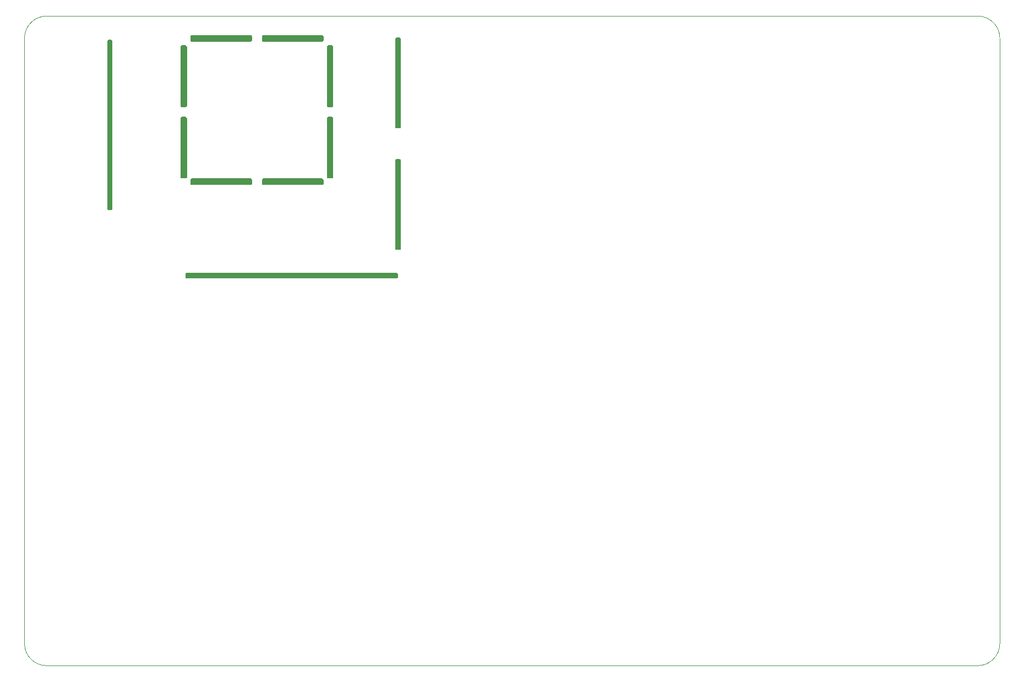
<source format=gbr>
%TF.GenerationSoftware,Altium Limited,Altium Designer,24.2.2 (26)*%
G04 Layer_Color=0*
%FSLAX45Y45*%
%MOMM*%
%TF.SameCoordinates,2C43E8B5-FC8E-40A2-A425-C8743FE8A27F*%
%TF.FilePolarity,Positive*%
%TF.FileFunction,Profile,NP*%
%TF.Part,Single*%
G01*
G75*
%TA.AperFunction,Profile*%
%ADD193C,0.02540*%
G36*
X3874600Y9640000D02*
Y12209200D01*
Y12214252D01*
X3878467Y12223588D01*
X3885612Y12230733D01*
X3894948Y12234600D01*
X3900000D01*
D01*
X3929200D01*
X3934252D01*
X3943588Y12230733D01*
X3950733Y12223588D01*
X3954600Y12214252D01*
Y12209200D01*
D01*
Y9640000D01*
Y9634947D01*
X3950733Y9625612D01*
X3943588Y9618467D01*
X3934252Y9614600D01*
X3929200D01*
D01*
X3900000D01*
X3894948D01*
X3885612Y9618467D01*
X3878467Y9625612D01*
X3874600Y9634947D01*
Y9640000D01*
D01*
D02*
G37*
G36*
X8301000Y10895830D02*
Y12244169D01*
Y12249222D01*
X8304867Y12258557D01*
X8312012Y12265702D01*
X8321348Y12269569D01*
X8326400D01*
D01*
X8364600D01*
X8369652D01*
X8378988Y12265702D01*
X8386133Y12258557D01*
X8390000Y12249222D01*
Y12244169D01*
D01*
Y10895830D01*
Y10890778D01*
X8386133Y10881442D01*
X8378988Y10874297D01*
X8369652Y10870430D01*
X8364600D01*
D01*
X8326400D01*
X8321348D01*
X8312012Y10874297D01*
X8304867Y10881442D01*
X8301000Y10890778D01*
Y10895830D01*
D01*
D02*
G37*
G36*
X6250000Y10025400D02*
Y10074600D01*
Y10079652D01*
X6253867Y10088988D01*
X6261012Y10096133D01*
X6270347Y10100000D01*
X6275400D01*
D01*
X7174600D01*
X7179652D01*
X7188988Y10096133D01*
X7196133Y10088988D01*
X7200000Y10079652D01*
Y10074600D01*
D01*
Y10025400D01*
Y10020347D01*
X7196133Y10011012D01*
X7188988Y10003867D01*
X7179652Y10000000D01*
X7174600D01*
D01*
X6275400D01*
X6270347D01*
X6261012Y10003867D01*
X6253867Y10011012D01*
X6250000Y10020347D01*
Y10025400D01*
D01*
D02*
G37*
G36*
X5150000D02*
Y10074600D01*
Y10079652D01*
X5153867Y10088988D01*
X5161012Y10096133D01*
X5170348Y10100000D01*
X5175400D01*
D01*
X6074600D01*
X6079652D01*
X6088988Y10096133D01*
X6096133Y10088988D01*
X6100000Y10079652D01*
Y10074600D01*
D01*
Y10025400D01*
Y10020347D01*
X6096133Y10011012D01*
X6088988Y10003867D01*
X6079652Y10000000D01*
X6074600D01*
D01*
X5175400D01*
X5170348D01*
X5161012Y10003867D01*
X5153867Y10011012D01*
X5150000Y10020347D01*
Y10025400D01*
D01*
D02*
G37*
G36*
X7275400Y10100000D02*
X7270347D01*
X7261012Y10103867D01*
X7253867Y10111012D01*
X7250000Y10120348D01*
Y10125400D01*
D01*
Y11024600D01*
Y11029652D01*
X7253867Y11038988D01*
X7261012Y11046133D01*
X7270347Y11050000D01*
X7275400D01*
D01*
X7324600D01*
X7329652D01*
X7338988Y11046133D01*
X7346133Y11038988D01*
X7350000Y11029652D01*
Y11024600D01*
D01*
Y10125400D01*
Y10120348D01*
X7346133Y10111012D01*
X7338988Y10103867D01*
X7329652Y10100000D01*
X7324600D01*
D01*
X7275400D01*
D02*
G37*
G36*
X7250000Y11225400D02*
Y12124600D01*
Y12129652D01*
X7253867Y12138988D01*
X7261012Y12146133D01*
X7270347Y12150000D01*
X7275400D01*
D01*
X7324600D01*
X7329652D01*
X7338988Y12146133D01*
X7346133Y12138988D01*
X7350000Y12129652D01*
Y12124600D01*
D01*
Y11225400D01*
Y11220347D01*
X7346133Y11211012D01*
X7338988Y11203867D01*
X7329652Y11200000D01*
X7324600D01*
D01*
X7275400D01*
X7270347D01*
X7261012Y11203867D01*
X7253867Y11211012D01*
X7250000Y11220347D01*
Y11225400D01*
D01*
D02*
G37*
G36*
X6275400Y12207000D02*
X6270348D01*
X6261012Y12210867D01*
X6253867Y12218012D01*
X6250000Y12227347D01*
Y12232400D01*
D01*
Y12281600D01*
Y12286652D01*
X6253867Y12295988D01*
X6261012Y12303133D01*
X6270348Y12307000D01*
X6275400D01*
D01*
X7174600D01*
X7179652D01*
X7188988Y12303133D01*
X7196133Y12295988D01*
X7200000Y12286652D01*
Y12281600D01*
D01*
Y12232400D01*
Y12227347D01*
X7196133Y12218012D01*
X7188988Y12210867D01*
X7179652Y12207000D01*
X7174600D01*
D01*
X6275400D01*
D02*
G37*
G36*
X5150000Y12233400D02*
Y12282600D01*
Y12287652D01*
X5153867Y12296988D01*
X5161012Y12304133D01*
X5170348Y12308000D01*
X5175400D01*
D01*
X6074600D01*
X6079652D01*
X6088988Y12304133D01*
X6096133Y12296988D01*
X6100000Y12287652D01*
Y12282600D01*
D01*
Y12233400D01*
Y12228347D01*
X6096133Y12219012D01*
X6088988Y12211867D01*
X6079652Y12208000D01*
X6074600D01*
D01*
X5175400D01*
X5170348D01*
X5161012Y12211867D01*
X5153867Y12219012D01*
X5150000Y12228347D01*
Y12233400D01*
D01*
D02*
G37*
G36*
X5000000Y11225400D02*
Y12124600D01*
Y12129652D01*
X5003867Y12138988D01*
X5011012Y12146133D01*
X5020347Y12150000D01*
X5025400D01*
D01*
X5074600D01*
X5079652D01*
X5088988Y12146133D01*
X5096133Y12138988D01*
X5100000Y12129652D01*
Y12124600D01*
D01*
Y11225400D01*
Y11220348D01*
X5096133Y11211012D01*
X5088988Y11203867D01*
X5079652Y11200000D01*
X5074600D01*
D01*
X5025400D01*
X5020347D01*
X5011012Y11203867D01*
X5003867Y11211012D01*
X5000000Y11220348D01*
Y11225400D01*
D01*
D02*
G37*
G36*
X5025400Y10100000D02*
X5074600D01*
X5079652D01*
X5088988Y10103867D01*
X5096133Y10111012D01*
X5100000Y10120348D01*
Y10125400D01*
D01*
Y11024600D01*
Y11029653D01*
X5096133Y11038988D01*
X5088988Y11046133D01*
X5079652Y11050000D01*
X5074600D01*
D01*
X5025400D01*
X5020347D01*
X5011012Y11046133D01*
X5003867Y11038988D01*
X5000000Y11029653D01*
Y11024600D01*
D01*
Y10125400D01*
Y10120348D01*
X5003867Y10111012D01*
X5011012Y10103867D01*
X5020347Y10100000D01*
X5025400D01*
D01*
D02*
G37*
G36*
X8300000Y9025831D02*
Y10374169D01*
Y10379222D01*
X8303867Y10388557D01*
X8311012Y10395702D01*
X8320347Y10399569D01*
X8325400D01*
D01*
X8363599D01*
X8368652D01*
X8377987Y10395702D01*
X8385132Y10388557D01*
X8388999Y10379222D01*
Y10374169D01*
D01*
Y9025831D01*
Y9020778D01*
X8385132Y9011442D01*
X8377987Y9004297D01*
X8368652Y9000431D01*
X8363599D01*
D01*
X8325400D01*
X8320347D01*
X8311012Y9004297D01*
X8303867Y9011442D01*
X8300000Y9020778D01*
Y9025831D01*
D01*
D02*
G37*
G36*
X5098800Y8561000D02*
X5093747D01*
X5084412Y8564867D01*
X5077267Y8572012D01*
X5073400Y8581347D01*
Y8586400D01*
D01*
Y8624600D01*
Y8629652D01*
X5077267Y8638988D01*
X5084412Y8646133D01*
X5093747Y8650000D01*
X5098800D01*
D01*
X8315600D01*
X8320652D01*
X8329988Y8646133D01*
X8337133Y8638988D01*
X8341000Y8629652D01*
Y8624600D01*
D01*
Y8586400D01*
Y8581347D01*
X8337133Y8572012D01*
X8329988Y8564867D01*
X8320652Y8561000D01*
X8315600D01*
D01*
X5098800D01*
D02*
G37*
D193*
X2600000Y2941421D02*
Y12258578D01*
D02*
G02*
X2941421Y12600000I341421J0D01*
G01*
X17258578D01*
D02*
G02*
X17600000Y12258578I0J-341421D01*
G01*
Y2941421D01*
D02*
G02*
X17258578Y2600000I-341421J0D01*
G01*
X2941421D01*
D02*
G02*
X2600000Y2941421I0J341421D01*
G01*
%TF.MD5,3b38e23c252eb0b95bcebee5de3f0957*%
M02*

</source>
